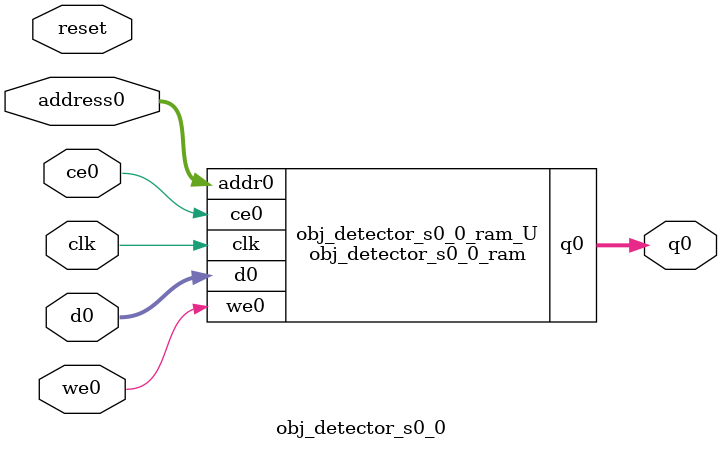
<source format=v>

`timescale 1 ns / 1 ps
module obj_detector_s0_0_ram (addr0, ce0, d0, we0, q0,  clk);

parameter DWIDTH = 32;
parameter AWIDTH = 8;
parameter MEM_SIZE = 144;

input[AWIDTH-1:0] addr0;
input ce0;
input[DWIDTH-1:0] d0;
input we0;
output reg[DWIDTH-1:0] q0;
input clk;

(* ram_style = "block" *)reg [DWIDTH-1:0] ram[MEM_SIZE-1:0];




always @(posedge clk)  
begin 
    if (ce0) 
    begin
        if (we0) 
        begin 
            ram[addr0] <= d0; 
            q0 <= d0;
        end 
        else 
            q0 <= ram[addr0];
    end
end


endmodule


`timescale 1 ns / 1 ps
module obj_detector_s0_0(
    reset,
    clk,
    address0,
    ce0,
    we0,
    d0,
    q0);

parameter DataWidth = 32'd32;
parameter AddressRange = 32'd144;
parameter AddressWidth = 32'd8;
input reset;
input clk;
input[AddressWidth - 1:0] address0;
input ce0;
input we0;
input[DataWidth - 1:0] d0;
output[DataWidth - 1:0] q0;



obj_detector_s0_0_ram obj_detector_s0_0_ram_U(
    .clk( clk ),
    .addr0( address0 ),
    .ce0( ce0 ),
    .d0( d0 ),
    .we0( we0 ),
    .q0( q0 ));

endmodule


</source>
